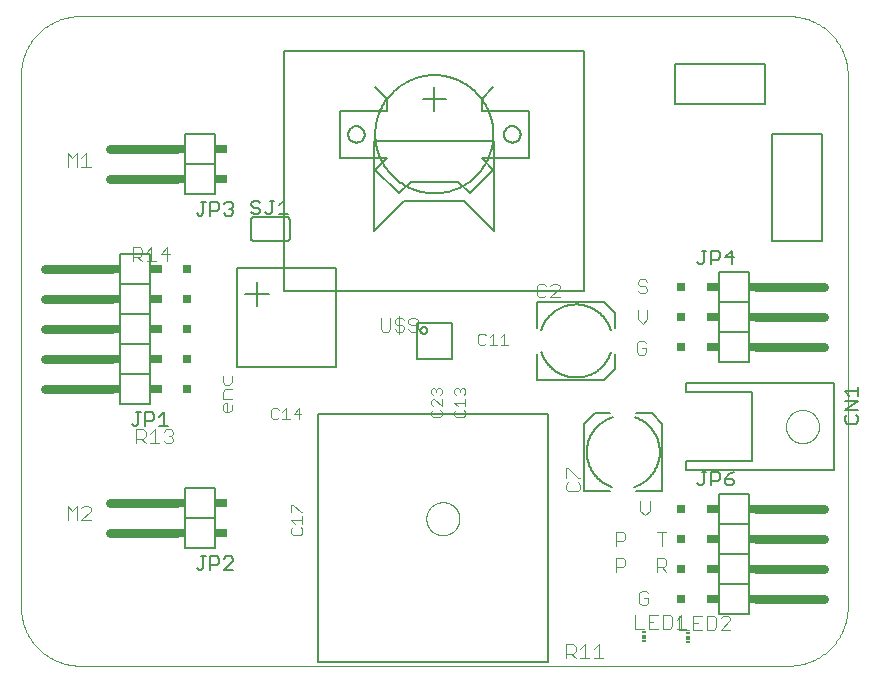
<source format=gto>
G75*
%MOIN*%
%OFA0B0*%
%FSLAX25Y25*%
%IPPOS*%
%LPD*%
%AMOC8*
5,1,8,0,0,1.08239X$1,22.5*
%
%ADD10C,0.00000*%
%ADD11C,0.00400*%
%ADD12C,0.00300*%
%ADD13C,0.00600*%
%ADD14C,0.00500*%
%ADD15R,0.01181X0.00591*%
%ADD16R,0.01181X0.01181*%
%ADD17C,0.03000*%
%ADD18R,0.02000X0.03000*%
%ADD19R,0.04000X0.03000*%
%ADD20R,0.03000X0.03000*%
%ADD21C,0.00800*%
D10*
X0091335Y0054209D02*
X0091335Y0231374D01*
X0091341Y0231850D01*
X0091358Y0232325D01*
X0091387Y0232800D01*
X0091427Y0233274D01*
X0091479Y0233747D01*
X0091542Y0234218D01*
X0091616Y0234688D01*
X0091702Y0235156D01*
X0091799Y0235622D01*
X0091907Y0236085D01*
X0092026Y0236545D01*
X0092157Y0237003D01*
X0092298Y0237457D01*
X0092451Y0237908D01*
X0092614Y0238354D01*
X0092788Y0238797D01*
X0092973Y0239235D01*
X0093168Y0239669D01*
X0093374Y0240098D01*
X0093590Y0240522D01*
X0093816Y0240941D01*
X0094052Y0241354D01*
X0094298Y0241761D01*
X0094554Y0242162D01*
X0094820Y0242556D01*
X0095095Y0242945D01*
X0095379Y0243326D01*
X0095672Y0243700D01*
X0095974Y0244068D01*
X0096286Y0244428D01*
X0096605Y0244780D01*
X0096933Y0245124D01*
X0097270Y0245461D01*
X0097614Y0245789D01*
X0097966Y0246108D01*
X0098326Y0246420D01*
X0098694Y0246722D01*
X0099068Y0247015D01*
X0099449Y0247299D01*
X0099838Y0247574D01*
X0100232Y0247840D01*
X0100633Y0248096D01*
X0101040Y0248342D01*
X0101453Y0248578D01*
X0101872Y0248804D01*
X0102296Y0249020D01*
X0102725Y0249226D01*
X0103159Y0249421D01*
X0103597Y0249606D01*
X0104040Y0249780D01*
X0104486Y0249943D01*
X0104937Y0250096D01*
X0105391Y0250237D01*
X0105849Y0250368D01*
X0106309Y0250487D01*
X0106772Y0250595D01*
X0107238Y0250692D01*
X0107706Y0250778D01*
X0108176Y0250852D01*
X0108647Y0250915D01*
X0109120Y0250967D01*
X0109594Y0251007D01*
X0110069Y0251036D01*
X0110544Y0251053D01*
X0111020Y0251059D01*
X0347241Y0251059D01*
X0347717Y0251053D01*
X0348192Y0251036D01*
X0348667Y0251007D01*
X0349141Y0250967D01*
X0349614Y0250915D01*
X0350085Y0250852D01*
X0350555Y0250778D01*
X0351023Y0250692D01*
X0351489Y0250595D01*
X0351952Y0250487D01*
X0352412Y0250368D01*
X0352870Y0250237D01*
X0353324Y0250096D01*
X0353775Y0249943D01*
X0354221Y0249780D01*
X0354664Y0249606D01*
X0355102Y0249421D01*
X0355536Y0249226D01*
X0355965Y0249020D01*
X0356389Y0248804D01*
X0356808Y0248578D01*
X0357221Y0248342D01*
X0357628Y0248096D01*
X0358029Y0247840D01*
X0358423Y0247574D01*
X0358812Y0247299D01*
X0359193Y0247015D01*
X0359567Y0246722D01*
X0359935Y0246420D01*
X0360295Y0246108D01*
X0360647Y0245789D01*
X0360991Y0245461D01*
X0361328Y0245124D01*
X0361656Y0244780D01*
X0361975Y0244428D01*
X0362287Y0244068D01*
X0362589Y0243700D01*
X0362882Y0243326D01*
X0363166Y0242945D01*
X0363441Y0242556D01*
X0363707Y0242162D01*
X0363963Y0241761D01*
X0364209Y0241354D01*
X0364445Y0240941D01*
X0364671Y0240522D01*
X0364887Y0240098D01*
X0365093Y0239669D01*
X0365288Y0239235D01*
X0365473Y0238797D01*
X0365647Y0238354D01*
X0365810Y0237908D01*
X0365963Y0237457D01*
X0366104Y0237003D01*
X0366235Y0236545D01*
X0366354Y0236085D01*
X0366462Y0235622D01*
X0366559Y0235156D01*
X0366645Y0234688D01*
X0366719Y0234218D01*
X0366782Y0233747D01*
X0366834Y0233274D01*
X0366874Y0232800D01*
X0366903Y0232325D01*
X0366920Y0231850D01*
X0366926Y0231374D01*
X0366926Y0054209D01*
X0366920Y0053733D01*
X0366903Y0053258D01*
X0366874Y0052783D01*
X0366834Y0052309D01*
X0366782Y0051836D01*
X0366719Y0051365D01*
X0366645Y0050895D01*
X0366559Y0050427D01*
X0366462Y0049961D01*
X0366354Y0049498D01*
X0366235Y0049038D01*
X0366104Y0048580D01*
X0365963Y0048126D01*
X0365810Y0047675D01*
X0365647Y0047229D01*
X0365473Y0046786D01*
X0365288Y0046348D01*
X0365093Y0045914D01*
X0364887Y0045485D01*
X0364671Y0045061D01*
X0364445Y0044642D01*
X0364209Y0044229D01*
X0363963Y0043822D01*
X0363707Y0043421D01*
X0363441Y0043027D01*
X0363166Y0042638D01*
X0362882Y0042257D01*
X0362589Y0041883D01*
X0362287Y0041515D01*
X0361975Y0041155D01*
X0361656Y0040803D01*
X0361328Y0040459D01*
X0360991Y0040122D01*
X0360647Y0039794D01*
X0360295Y0039475D01*
X0359935Y0039163D01*
X0359567Y0038861D01*
X0359193Y0038568D01*
X0358812Y0038284D01*
X0358423Y0038009D01*
X0358029Y0037743D01*
X0357628Y0037487D01*
X0357221Y0037241D01*
X0356808Y0037005D01*
X0356389Y0036779D01*
X0355965Y0036563D01*
X0355536Y0036357D01*
X0355102Y0036162D01*
X0354664Y0035977D01*
X0354221Y0035803D01*
X0353775Y0035640D01*
X0353324Y0035487D01*
X0352870Y0035346D01*
X0352412Y0035215D01*
X0351952Y0035096D01*
X0351489Y0034988D01*
X0351023Y0034891D01*
X0350555Y0034805D01*
X0350085Y0034731D01*
X0349614Y0034668D01*
X0349141Y0034616D01*
X0348667Y0034576D01*
X0348192Y0034547D01*
X0347717Y0034530D01*
X0347241Y0034524D01*
X0111020Y0034524D01*
X0110544Y0034530D01*
X0110069Y0034547D01*
X0109594Y0034576D01*
X0109120Y0034616D01*
X0108647Y0034668D01*
X0108176Y0034731D01*
X0107706Y0034805D01*
X0107238Y0034891D01*
X0106772Y0034988D01*
X0106309Y0035096D01*
X0105849Y0035215D01*
X0105391Y0035346D01*
X0104937Y0035487D01*
X0104486Y0035640D01*
X0104040Y0035803D01*
X0103597Y0035977D01*
X0103159Y0036162D01*
X0102725Y0036357D01*
X0102296Y0036563D01*
X0101872Y0036779D01*
X0101453Y0037005D01*
X0101040Y0037241D01*
X0100633Y0037487D01*
X0100232Y0037743D01*
X0099838Y0038009D01*
X0099449Y0038284D01*
X0099068Y0038568D01*
X0098694Y0038861D01*
X0098326Y0039163D01*
X0097966Y0039475D01*
X0097614Y0039794D01*
X0097270Y0040122D01*
X0096933Y0040459D01*
X0096605Y0040803D01*
X0096286Y0041155D01*
X0095974Y0041515D01*
X0095672Y0041883D01*
X0095379Y0042257D01*
X0095095Y0042638D01*
X0094820Y0043027D01*
X0094554Y0043421D01*
X0094298Y0043822D01*
X0094052Y0044229D01*
X0093816Y0044642D01*
X0093590Y0045061D01*
X0093374Y0045485D01*
X0093168Y0045914D01*
X0092973Y0046348D01*
X0092788Y0046786D01*
X0092614Y0047229D01*
X0092451Y0047675D01*
X0092298Y0048126D01*
X0092157Y0048580D01*
X0092026Y0049038D01*
X0091907Y0049498D01*
X0091799Y0049961D01*
X0091702Y0050427D01*
X0091616Y0050895D01*
X0091542Y0051365D01*
X0091479Y0051836D01*
X0091427Y0052309D01*
X0091387Y0052783D01*
X0091358Y0053258D01*
X0091341Y0053733D01*
X0091335Y0054209D01*
X0226453Y0083539D02*
X0226455Y0083687D01*
X0226461Y0083835D01*
X0226471Y0083983D01*
X0226485Y0084130D01*
X0226503Y0084277D01*
X0226524Y0084423D01*
X0226550Y0084569D01*
X0226580Y0084714D01*
X0226613Y0084858D01*
X0226651Y0085001D01*
X0226692Y0085143D01*
X0226737Y0085284D01*
X0226785Y0085424D01*
X0226838Y0085563D01*
X0226894Y0085700D01*
X0226954Y0085835D01*
X0227017Y0085969D01*
X0227084Y0086101D01*
X0227155Y0086231D01*
X0227229Y0086359D01*
X0227306Y0086485D01*
X0227387Y0086609D01*
X0227471Y0086731D01*
X0227558Y0086850D01*
X0227649Y0086967D01*
X0227743Y0087082D01*
X0227839Y0087194D01*
X0227939Y0087304D01*
X0228041Y0087410D01*
X0228147Y0087514D01*
X0228255Y0087615D01*
X0228366Y0087713D01*
X0228479Y0087809D01*
X0228595Y0087901D01*
X0228713Y0087990D01*
X0228834Y0088075D01*
X0228957Y0088158D01*
X0229082Y0088237D01*
X0229209Y0088313D01*
X0229338Y0088385D01*
X0229469Y0088454D01*
X0229602Y0088519D01*
X0229737Y0088580D01*
X0229873Y0088638D01*
X0230010Y0088693D01*
X0230149Y0088743D01*
X0230290Y0088790D01*
X0230431Y0088833D01*
X0230574Y0088873D01*
X0230718Y0088908D01*
X0230862Y0088940D01*
X0231008Y0088967D01*
X0231154Y0088991D01*
X0231301Y0089011D01*
X0231448Y0089027D01*
X0231595Y0089039D01*
X0231743Y0089047D01*
X0231891Y0089051D01*
X0232039Y0089051D01*
X0232187Y0089047D01*
X0232335Y0089039D01*
X0232482Y0089027D01*
X0232629Y0089011D01*
X0232776Y0088991D01*
X0232922Y0088967D01*
X0233068Y0088940D01*
X0233212Y0088908D01*
X0233356Y0088873D01*
X0233499Y0088833D01*
X0233640Y0088790D01*
X0233781Y0088743D01*
X0233920Y0088693D01*
X0234057Y0088638D01*
X0234193Y0088580D01*
X0234328Y0088519D01*
X0234461Y0088454D01*
X0234592Y0088385D01*
X0234721Y0088313D01*
X0234848Y0088237D01*
X0234973Y0088158D01*
X0235096Y0088075D01*
X0235217Y0087990D01*
X0235335Y0087901D01*
X0235451Y0087809D01*
X0235564Y0087713D01*
X0235675Y0087615D01*
X0235783Y0087514D01*
X0235889Y0087410D01*
X0235991Y0087304D01*
X0236091Y0087194D01*
X0236187Y0087082D01*
X0236281Y0086967D01*
X0236372Y0086850D01*
X0236459Y0086731D01*
X0236543Y0086609D01*
X0236624Y0086485D01*
X0236701Y0086359D01*
X0236775Y0086231D01*
X0236846Y0086101D01*
X0236913Y0085969D01*
X0236976Y0085835D01*
X0237036Y0085700D01*
X0237092Y0085563D01*
X0237145Y0085424D01*
X0237193Y0085284D01*
X0237238Y0085143D01*
X0237279Y0085001D01*
X0237317Y0084858D01*
X0237350Y0084714D01*
X0237380Y0084569D01*
X0237406Y0084423D01*
X0237427Y0084277D01*
X0237445Y0084130D01*
X0237459Y0083983D01*
X0237469Y0083835D01*
X0237475Y0083687D01*
X0237477Y0083539D01*
X0237475Y0083391D01*
X0237469Y0083243D01*
X0237459Y0083095D01*
X0237445Y0082948D01*
X0237427Y0082801D01*
X0237406Y0082655D01*
X0237380Y0082509D01*
X0237350Y0082364D01*
X0237317Y0082220D01*
X0237279Y0082077D01*
X0237238Y0081935D01*
X0237193Y0081794D01*
X0237145Y0081654D01*
X0237092Y0081515D01*
X0237036Y0081378D01*
X0236976Y0081243D01*
X0236913Y0081109D01*
X0236846Y0080977D01*
X0236775Y0080847D01*
X0236701Y0080719D01*
X0236624Y0080593D01*
X0236543Y0080469D01*
X0236459Y0080347D01*
X0236372Y0080228D01*
X0236281Y0080111D01*
X0236187Y0079996D01*
X0236091Y0079884D01*
X0235991Y0079774D01*
X0235889Y0079668D01*
X0235783Y0079564D01*
X0235675Y0079463D01*
X0235564Y0079365D01*
X0235451Y0079269D01*
X0235335Y0079177D01*
X0235217Y0079088D01*
X0235096Y0079003D01*
X0234973Y0078920D01*
X0234848Y0078841D01*
X0234721Y0078765D01*
X0234592Y0078693D01*
X0234461Y0078624D01*
X0234328Y0078559D01*
X0234193Y0078498D01*
X0234057Y0078440D01*
X0233920Y0078385D01*
X0233781Y0078335D01*
X0233640Y0078288D01*
X0233499Y0078245D01*
X0233356Y0078205D01*
X0233212Y0078170D01*
X0233068Y0078138D01*
X0232922Y0078111D01*
X0232776Y0078087D01*
X0232629Y0078067D01*
X0232482Y0078051D01*
X0232335Y0078039D01*
X0232187Y0078031D01*
X0232039Y0078027D01*
X0231891Y0078027D01*
X0231743Y0078031D01*
X0231595Y0078039D01*
X0231448Y0078051D01*
X0231301Y0078067D01*
X0231154Y0078087D01*
X0231008Y0078111D01*
X0230862Y0078138D01*
X0230718Y0078170D01*
X0230574Y0078205D01*
X0230431Y0078245D01*
X0230290Y0078288D01*
X0230149Y0078335D01*
X0230010Y0078385D01*
X0229873Y0078440D01*
X0229737Y0078498D01*
X0229602Y0078559D01*
X0229469Y0078624D01*
X0229338Y0078693D01*
X0229209Y0078765D01*
X0229082Y0078841D01*
X0228957Y0078920D01*
X0228834Y0079003D01*
X0228713Y0079088D01*
X0228595Y0079177D01*
X0228479Y0079269D01*
X0228366Y0079365D01*
X0228255Y0079463D01*
X0228147Y0079564D01*
X0228041Y0079668D01*
X0227939Y0079774D01*
X0227839Y0079884D01*
X0227743Y0079996D01*
X0227649Y0080111D01*
X0227558Y0080228D01*
X0227471Y0080347D01*
X0227387Y0080469D01*
X0227306Y0080593D01*
X0227229Y0080719D01*
X0227155Y0080847D01*
X0227084Y0080977D01*
X0227017Y0081109D01*
X0226954Y0081243D01*
X0226894Y0081378D01*
X0226838Y0081515D01*
X0226785Y0081654D01*
X0226737Y0081794D01*
X0226692Y0081935D01*
X0226651Y0082077D01*
X0226613Y0082220D01*
X0226580Y0082364D01*
X0226550Y0082509D01*
X0226524Y0082655D01*
X0226503Y0082801D01*
X0226485Y0082948D01*
X0226471Y0083095D01*
X0226461Y0083243D01*
X0226455Y0083391D01*
X0226453Y0083539D01*
X0346335Y0114248D02*
X0346337Y0114396D01*
X0346343Y0114544D01*
X0346353Y0114692D01*
X0346367Y0114839D01*
X0346385Y0114986D01*
X0346406Y0115132D01*
X0346432Y0115278D01*
X0346462Y0115423D01*
X0346495Y0115567D01*
X0346533Y0115710D01*
X0346574Y0115852D01*
X0346619Y0115993D01*
X0346667Y0116133D01*
X0346720Y0116272D01*
X0346776Y0116409D01*
X0346836Y0116544D01*
X0346899Y0116678D01*
X0346966Y0116810D01*
X0347037Y0116940D01*
X0347111Y0117068D01*
X0347188Y0117194D01*
X0347269Y0117318D01*
X0347353Y0117440D01*
X0347440Y0117559D01*
X0347531Y0117676D01*
X0347625Y0117791D01*
X0347721Y0117903D01*
X0347821Y0118013D01*
X0347923Y0118119D01*
X0348029Y0118223D01*
X0348137Y0118324D01*
X0348248Y0118422D01*
X0348361Y0118518D01*
X0348477Y0118610D01*
X0348595Y0118699D01*
X0348716Y0118784D01*
X0348839Y0118867D01*
X0348964Y0118946D01*
X0349091Y0119022D01*
X0349220Y0119094D01*
X0349351Y0119163D01*
X0349484Y0119228D01*
X0349619Y0119289D01*
X0349755Y0119347D01*
X0349892Y0119402D01*
X0350031Y0119452D01*
X0350172Y0119499D01*
X0350313Y0119542D01*
X0350456Y0119582D01*
X0350600Y0119617D01*
X0350744Y0119649D01*
X0350890Y0119676D01*
X0351036Y0119700D01*
X0351183Y0119720D01*
X0351330Y0119736D01*
X0351477Y0119748D01*
X0351625Y0119756D01*
X0351773Y0119760D01*
X0351921Y0119760D01*
X0352069Y0119756D01*
X0352217Y0119748D01*
X0352364Y0119736D01*
X0352511Y0119720D01*
X0352658Y0119700D01*
X0352804Y0119676D01*
X0352950Y0119649D01*
X0353094Y0119617D01*
X0353238Y0119582D01*
X0353381Y0119542D01*
X0353522Y0119499D01*
X0353663Y0119452D01*
X0353802Y0119402D01*
X0353939Y0119347D01*
X0354075Y0119289D01*
X0354210Y0119228D01*
X0354343Y0119163D01*
X0354474Y0119094D01*
X0354603Y0119022D01*
X0354730Y0118946D01*
X0354855Y0118867D01*
X0354978Y0118784D01*
X0355099Y0118699D01*
X0355217Y0118610D01*
X0355333Y0118518D01*
X0355446Y0118422D01*
X0355557Y0118324D01*
X0355665Y0118223D01*
X0355771Y0118119D01*
X0355873Y0118013D01*
X0355973Y0117903D01*
X0356069Y0117791D01*
X0356163Y0117676D01*
X0356254Y0117559D01*
X0356341Y0117440D01*
X0356425Y0117318D01*
X0356506Y0117194D01*
X0356583Y0117068D01*
X0356657Y0116940D01*
X0356728Y0116810D01*
X0356795Y0116678D01*
X0356858Y0116544D01*
X0356918Y0116409D01*
X0356974Y0116272D01*
X0357027Y0116133D01*
X0357075Y0115993D01*
X0357120Y0115852D01*
X0357161Y0115710D01*
X0357199Y0115567D01*
X0357232Y0115423D01*
X0357262Y0115278D01*
X0357288Y0115132D01*
X0357309Y0114986D01*
X0357327Y0114839D01*
X0357341Y0114692D01*
X0357351Y0114544D01*
X0357357Y0114396D01*
X0357359Y0114248D01*
X0357357Y0114100D01*
X0357351Y0113952D01*
X0357341Y0113804D01*
X0357327Y0113657D01*
X0357309Y0113510D01*
X0357288Y0113364D01*
X0357262Y0113218D01*
X0357232Y0113073D01*
X0357199Y0112929D01*
X0357161Y0112786D01*
X0357120Y0112644D01*
X0357075Y0112503D01*
X0357027Y0112363D01*
X0356974Y0112224D01*
X0356918Y0112087D01*
X0356858Y0111952D01*
X0356795Y0111818D01*
X0356728Y0111686D01*
X0356657Y0111556D01*
X0356583Y0111428D01*
X0356506Y0111302D01*
X0356425Y0111178D01*
X0356341Y0111056D01*
X0356254Y0110937D01*
X0356163Y0110820D01*
X0356069Y0110705D01*
X0355973Y0110593D01*
X0355873Y0110483D01*
X0355771Y0110377D01*
X0355665Y0110273D01*
X0355557Y0110172D01*
X0355446Y0110074D01*
X0355333Y0109978D01*
X0355217Y0109886D01*
X0355099Y0109797D01*
X0354978Y0109712D01*
X0354855Y0109629D01*
X0354730Y0109550D01*
X0354603Y0109474D01*
X0354474Y0109402D01*
X0354343Y0109333D01*
X0354210Y0109268D01*
X0354075Y0109207D01*
X0353939Y0109149D01*
X0353802Y0109094D01*
X0353663Y0109044D01*
X0353522Y0108997D01*
X0353381Y0108954D01*
X0353238Y0108914D01*
X0353094Y0108879D01*
X0352950Y0108847D01*
X0352804Y0108820D01*
X0352658Y0108796D01*
X0352511Y0108776D01*
X0352364Y0108760D01*
X0352217Y0108748D01*
X0352069Y0108740D01*
X0351921Y0108736D01*
X0351773Y0108736D01*
X0351625Y0108740D01*
X0351477Y0108748D01*
X0351330Y0108760D01*
X0351183Y0108776D01*
X0351036Y0108796D01*
X0350890Y0108820D01*
X0350744Y0108847D01*
X0350600Y0108879D01*
X0350456Y0108914D01*
X0350313Y0108954D01*
X0350172Y0108997D01*
X0350031Y0109044D01*
X0349892Y0109094D01*
X0349755Y0109149D01*
X0349619Y0109207D01*
X0349484Y0109268D01*
X0349351Y0109333D01*
X0349220Y0109402D01*
X0349091Y0109474D01*
X0348964Y0109550D01*
X0348839Y0109629D01*
X0348716Y0109712D01*
X0348595Y0109797D01*
X0348477Y0109886D01*
X0348361Y0109978D01*
X0348248Y0110074D01*
X0348137Y0110172D01*
X0348029Y0110273D01*
X0347923Y0110377D01*
X0347821Y0110483D01*
X0347721Y0110593D01*
X0347625Y0110705D01*
X0347531Y0110820D01*
X0347440Y0110937D01*
X0347353Y0111056D01*
X0347269Y0111178D01*
X0347188Y0111302D01*
X0347111Y0111428D01*
X0347037Y0111556D01*
X0346966Y0111686D01*
X0346899Y0111818D01*
X0346836Y0111952D01*
X0346776Y0112087D01*
X0346720Y0112224D01*
X0346667Y0112363D01*
X0346619Y0112503D01*
X0346574Y0112644D01*
X0346533Y0112786D01*
X0346495Y0112929D01*
X0346462Y0113073D01*
X0346432Y0113218D01*
X0346406Y0113364D01*
X0346385Y0113510D01*
X0346367Y0113657D01*
X0346353Y0113804D01*
X0346343Y0113952D01*
X0346337Y0114100D01*
X0346335Y0114248D01*
D11*
X0300904Y0089328D02*
X0300904Y0086258D01*
X0299369Y0084724D01*
X0297835Y0086258D01*
X0297835Y0089328D01*
X0303379Y0079091D02*
X0306448Y0079091D01*
X0304913Y0079091D02*
X0304913Y0074487D01*
X0305681Y0070430D02*
X0306448Y0069663D01*
X0306448Y0068128D01*
X0305681Y0067361D01*
X0303379Y0067361D01*
X0304913Y0067361D02*
X0306448Y0065826D01*
X0303379Y0065826D02*
X0303379Y0070430D01*
X0305681Y0070430D01*
X0292636Y0069663D02*
X0292636Y0068128D01*
X0291869Y0067361D01*
X0289567Y0067361D01*
X0289567Y0065826D02*
X0289567Y0070430D01*
X0291869Y0070430D01*
X0292636Y0069663D01*
X0289567Y0074487D02*
X0289567Y0079091D01*
X0291869Y0079091D01*
X0292636Y0078324D01*
X0292636Y0076789D01*
X0291869Y0076022D01*
X0289567Y0076022D01*
X0298208Y0059406D02*
X0297441Y0058639D01*
X0297441Y0055570D01*
X0298208Y0054802D01*
X0299743Y0054802D01*
X0300510Y0055570D01*
X0300510Y0057104D01*
X0298975Y0057104D01*
X0300510Y0058639D02*
X0299743Y0059406D01*
X0298208Y0059406D01*
X0296043Y0051473D02*
X0296043Y0046869D01*
X0299112Y0046869D01*
X0300647Y0046869D02*
X0303716Y0046869D01*
X0305251Y0046869D02*
X0307553Y0046869D01*
X0308320Y0047637D01*
X0308320Y0050706D01*
X0307553Y0051473D01*
X0305251Y0051473D01*
X0305251Y0046869D01*
X0302182Y0049171D02*
X0300647Y0049171D01*
X0300647Y0051473D02*
X0300647Y0046869D01*
X0300647Y0051473D02*
X0303716Y0051473D01*
X0309855Y0049939D02*
X0311390Y0051473D01*
X0311390Y0046869D01*
X0310807Y0046554D02*
X0313876Y0046554D01*
X0312924Y0046869D02*
X0309855Y0046869D01*
X0310807Y0046554D02*
X0310807Y0051158D01*
X0315411Y0051158D02*
X0315411Y0046554D01*
X0318480Y0046554D01*
X0320015Y0046554D02*
X0322317Y0046554D01*
X0323084Y0047322D01*
X0323084Y0050391D01*
X0322317Y0051158D01*
X0320015Y0051158D01*
X0320015Y0046554D01*
X0316946Y0048856D02*
X0315411Y0048856D01*
X0315411Y0051158D02*
X0318480Y0051158D01*
X0324619Y0050391D02*
X0325386Y0051158D01*
X0326921Y0051158D01*
X0327688Y0050391D01*
X0327688Y0049624D01*
X0324619Y0046554D01*
X0327688Y0046554D01*
X0285453Y0037066D02*
X0282384Y0037066D01*
X0280849Y0037066D02*
X0277780Y0037066D01*
X0276246Y0037066D02*
X0274711Y0038601D01*
X0275478Y0038601D02*
X0273176Y0038601D01*
X0273176Y0037066D02*
X0273176Y0041670D01*
X0275478Y0041670D01*
X0276246Y0040903D01*
X0276246Y0039368D01*
X0275478Y0038601D01*
X0277780Y0040135D02*
X0279315Y0041670D01*
X0279315Y0037066D01*
X0282384Y0040135D02*
X0283919Y0041670D01*
X0283919Y0037066D01*
X0276864Y0092637D02*
X0277631Y0093404D01*
X0277631Y0094939D01*
X0276864Y0095706D01*
X0276864Y0097241D02*
X0277631Y0097241D01*
X0276864Y0097241D02*
X0273795Y0100310D01*
X0273027Y0100310D01*
X0273027Y0097241D01*
X0273795Y0095706D02*
X0273027Y0094939D01*
X0273027Y0093404D01*
X0273795Y0092637D01*
X0276864Y0092637D01*
X0297421Y0138267D02*
X0298955Y0138267D01*
X0299723Y0139034D01*
X0299723Y0140569D01*
X0298188Y0140569D01*
X0296653Y0142104D02*
X0296653Y0139034D01*
X0297421Y0138267D01*
X0296653Y0142104D02*
X0297421Y0142871D01*
X0298955Y0142871D01*
X0299723Y0142104D01*
X0298582Y0148503D02*
X0300116Y0150038D01*
X0300116Y0153107D01*
X0297047Y0153107D02*
X0297047Y0150038D01*
X0298582Y0148503D01*
X0299349Y0158739D02*
X0297814Y0158739D01*
X0297047Y0159507D01*
X0297814Y0161041D02*
X0299349Y0161041D01*
X0300116Y0160274D01*
X0300116Y0159507D01*
X0299349Y0158739D01*
X0297814Y0161041D02*
X0297047Y0161809D01*
X0297047Y0162576D01*
X0297814Y0163343D01*
X0299349Y0163343D01*
X0300116Y0162576D01*
X0270901Y0161119D02*
X0270901Y0160352D01*
X0267832Y0157283D01*
X0270901Y0157283D01*
X0266297Y0158050D02*
X0265530Y0157283D01*
X0263996Y0157283D01*
X0263228Y0158050D01*
X0263228Y0161119D01*
X0263996Y0161887D01*
X0265530Y0161887D01*
X0266297Y0161119D01*
X0267832Y0161119D02*
X0268599Y0161887D01*
X0270134Y0161887D01*
X0270901Y0161119D01*
X0223583Y0149702D02*
X0223583Y0146633D01*
X0222816Y0145865D01*
X0221281Y0145865D01*
X0220514Y0146633D01*
X0218979Y0146633D02*
X0218979Y0147400D01*
X0218212Y0148167D01*
X0216677Y0148167D01*
X0215910Y0148935D01*
X0215910Y0149702D01*
X0216677Y0150469D01*
X0218212Y0150469D01*
X0218979Y0149702D01*
X0220514Y0149702D02*
X0221281Y0150469D01*
X0222816Y0150469D01*
X0223583Y0149702D01*
X0223583Y0148167D02*
X0221281Y0148167D01*
X0220514Y0148935D01*
X0220514Y0149702D01*
X0217445Y0151237D02*
X0217445Y0145098D01*
X0218212Y0145865D02*
X0218979Y0146633D01*
X0218212Y0145865D02*
X0216677Y0145865D01*
X0215910Y0146633D01*
X0214375Y0146633D02*
X0214375Y0150469D01*
X0211306Y0150469D02*
X0211306Y0146633D01*
X0212073Y0145865D01*
X0213608Y0145865D01*
X0214375Y0146633D01*
X0161608Y0131253D02*
X0161608Y0128951D01*
X0160840Y0128183D01*
X0159306Y0128183D01*
X0158538Y0128951D01*
X0158538Y0131253D01*
X0159306Y0126649D02*
X0161608Y0126649D01*
X0159306Y0126649D02*
X0158538Y0125881D01*
X0158538Y0123580D01*
X0161608Y0123580D01*
X0160073Y0122045D02*
X0160073Y0118976D01*
X0159306Y0118976D02*
X0158538Y0119743D01*
X0158538Y0121278D01*
X0159306Y0122045D01*
X0160073Y0122045D01*
X0161608Y0121278D02*
X0161608Y0119743D01*
X0160840Y0118976D01*
X0159306Y0118976D01*
X0142107Y0112556D02*
X0142107Y0111789D01*
X0141340Y0111022D01*
X0142107Y0110254D01*
X0142107Y0109487D01*
X0141340Y0108720D01*
X0139805Y0108720D01*
X0139038Y0109487D01*
X0137503Y0108720D02*
X0134434Y0108720D01*
X0135968Y0108720D02*
X0135968Y0113324D01*
X0134434Y0111789D01*
X0132899Y0112556D02*
X0132899Y0111022D01*
X0132132Y0110254D01*
X0129830Y0110254D01*
X0129830Y0108720D02*
X0129830Y0113324D01*
X0132132Y0113324D01*
X0132899Y0112556D01*
X0131364Y0110254D02*
X0132899Y0108720D01*
X0139038Y0112556D02*
X0139805Y0113324D01*
X0141340Y0113324D01*
X0142107Y0112556D01*
X0141340Y0111022D02*
X0140572Y0111022D01*
X0114563Y0086985D02*
X0113796Y0087753D01*
X0112261Y0087753D01*
X0111494Y0086985D01*
X0109959Y0087753D02*
X0108424Y0086218D01*
X0106890Y0087753D01*
X0106890Y0083149D01*
X0109959Y0083149D02*
X0109959Y0087753D01*
X0114563Y0086985D02*
X0114563Y0086218D01*
X0111494Y0083149D01*
X0114563Y0083149D01*
X0128649Y0169350D02*
X0128649Y0173954D01*
X0130951Y0173954D01*
X0131718Y0173186D01*
X0131718Y0171652D01*
X0130951Y0170884D01*
X0128649Y0170884D01*
X0130183Y0170884D02*
X0131718Y0169350D01*
X0133253Y0169350D02*
X0136322Y0169350D01*
X0134787Y0169350D02*
X0134787Y0173954D01*
X0133253Y0172419D01*
X0137857Y0171652D02*
X0140926Y0171652D01*
X0140159Y0169350D02*
X0140159Y0173954D01*
X0137857Y0171652D01*
X0114563Y0200865D02*
X0111494Y0200865D01*
X0113028Y0200865D02*
X0113028Y0205469D01*
X0111494Y0203935D01*
X0109959Y0205469D02*
X0109959Y0200865D01*
X0106890Y0200865D02*
X0106890Y0205469D01*
X0108424Y0203935D01*
X0109959Y0205469D01*
D12*
X0227899Y0126543D02*
X0228517Y0127160D01*
X0229134Y0127160D01*
X0229751Y0126543D01*
X0230368Y0127160D01*
X0230985Y0127160D01*
X0231603Y0126543D01*
X0231603Y0125308D01*
X0230985Y0124691D01*
X0231603Y0123477D02*
X0231603Y0121008D01*
X0229134Y0123477D01*
X0228517Y0123477D01*
X0227899Y0122860D01*
X0227899Y0121625D01*
X0228517Y0121008D01*
X0228517Y0119794D02*
X0227899Y0119177D01*
X0227899Y0117942D01*
X0228517Y0117325D01*
X0230985Y0117325D01*
X0231603Y0117942D01*
X0231603Y0119177D01*
X0230985Y0119794D01*
X0235773Y0119177D02*
X0235773Y0117942D01*
X0236391Y0117325D01*
X0238859Y0117325D01*
X0239477Y0117942D01*
X0239477Y0119177D01*
X0238859Y0119794D01*
X0239477Y0121008D02*
X0239477Y0123477D01*
X0239477Y0122243D02*
X0235773Y0122243D01*
X0237008Y0121008D01*
X0236391Y0119794D02*
X0235773Y0119177D01*
X0236391Y0124691D02*
X0235773Y0125308D01*
X0235773Y0126543D01*
X0236391Y0127160D01*
X0237008Y0127160D01*
X0237625Y0126543D01*
X0238242Y0127160D01*
X0238859Y0127160D01*
X0239477Y0126543D01*
X0239477Y0125308D01*
X0238859Y0124691D01*
X0237625Y0125926D02*
X0237625Y0126543D01*
X0229751Y0126543D02*
X0229751Y0125926D01*
X0228517Y0124691D02*
X0227899Y0125308D01*
X0227899Y0126543D01*
X0243848Y0142181D02*
X0244465Y0141563D01*
X0245699Y0141563D01*
X0246316Y0142181D01*
X0247531Y0141563D02*
X0249999Y0141563D01*
X0251214Y0141563D02*
X0253683Y0141563D01*
X0252448Y0141563D02*
X0252448Y0145267D01*
X0251214Y0144032D01*
X0248765Y0145267D02*
X0248765Y0141563D01*
X0247531Y0144032D02*
X0248765Y0145267D01*
X0246316Y0144649D02*
X0245699Y0145267D01*
X0244465Y0145267D01*
X0243848Y0144649D01*
X0243848Y0142181D01*
X0184043Y0120400D02*
X0184043Y0116697D01*
X0184661Y0118549D02*
X0182192Y0118549D01*
X0184043Y0120400D01*
X0179743Y0120400D02*
X0179743Y0116697D01*
X0178509Y0116697D02*
X0180978Y0116697D01*
X0178509Y0119166D02*
X0179743Y0120400D01*
X0177294Y0119783D02*
X0176677Y0120400D01*
X0175443Y0120400D01*
X0174826Y0119783D01*
X0174826Y0117314D01*
X0175443Y0116697D01*
X0176677Y0116697D01*
X0177294Y0117314D01*
X0181443Y0088085D02*
X0182060Y0088085D01*
X0184529Y0085616D01*
X0185146Y0085616D01*
X0185146Y0084402D02*
X0185146Y0081933D01*
X0185146Y0083168D02*
X0181443Y0083168D01*
X0182677Y0081933D01*
X0182060Y0080719D02*
X0181443Y0080102D01*
X0181443Y0078867D01*
X0182060Y0078250D01*
X0184529Y0078250D01*
X0185146Y0078867D01*
X0185146Y0080102D01*
X0184529Y0080719D01*
X0181443Y0085616D02*
X0181443Y0088085D01*
D13*
X0155922Y0083736D02*
X0155922Y0073736D01*
X0145922Y0073736D01*
X0145922Y0083736D01*
X0145922Y0093736D01*
X0155922Y0093736D01*
X0155922Y0083736D01*
X0145922Y0083736D01*
X0134268Y0121728D02*
X0124268Y0121728D01*
X0124268Y0131728D01*
X0124268Y0141728D01*
X0124268Y0151728D01*
X0124268Y0161728D01*
X0124268Y0171728D01*
X0134268Y0171728D01*
X0134268Y0161728D01*
X0124268Y0161728D01*
X0134268Y0161728D02*
X0134268Y0151728D01*
X0124268Y0151728D01*
X0134268Y0151728D02*
X0134268Y0141728D01*
X0124268Y0141728D01*
X0134268Y0141728D02*
X0134268Y0131728D01*
X0124268Y0131728D01*
X0134268Y0131728D02*
X0134268Y0121728D01*
X0168906Y0176193D02*
X0179906Y0176193D01*
X0179966Y0176195D01*
X0180027Y0176200D01*
X0180086Y0176209D01*
X0180145Y0176222D01*
X0180204Y0176238D01*
X0180261Y0176258D01*
X0180316Y0176281D01*
X0180371Y0176308D01*
X0180423Y0176337D01*
X0180474Y0176370D01*
X0180523Y0176406D01*
X0180569Y0176444D01*
X0180613Y0176486D01*
X0180655Y0176530D01*
X0180693Y0176576D01*
X0180729Y0176625D01*
X0180762Y0176676D01*
X0180791Y0176728D01*
X0180818Y0176783D01*
X0180841Y0176838D01*
X0180861Y0176895D01*
X0180877Y0176954D01*
X0180890Y0177013D01*
X0180899Y0177072D01*
X0180904Y0177133D01*
X0180906Y0177193D01*
X0180906Y0183193D01*
X0180904Y0183253D01*
X0180899Y0183314D01*
X0180890Y0183373D01*
X0180877Y0183432D01*
X0180861Y0183491D01*
X0180841Y0183548D01*
X0180818Y0183603D01*
X0180791Y0183658D01*
X0180762Y0183710D01*
X0180729Y0183761D01*
X0180693Y0183810D01*
X0180655Y0183856D01*
X0180613Y0183900D01*
X0180569Y0183942D01*
X0180523Y0183980D01*
X0180474Y0184016D01*
X0180423Y0184049D01*
X0180371Y0184078D01*
X0180316Y0184105D01*
X0180261Y0184128D01*
X0180204Y0184148D01*
X0180145Y0184164D01*
X0180086Y0184177D01*
X0180027Y0184186D01*
X0179966Y0184191D01*
X0179906Y0184193D01*
X0168906Y0184193D01*
X0168846Y0184191D01*
X0168785Y0184186D01*
X0168726Y0184177D01*
X0168667Y0184164D01*
X0168608Y0184148D01*
X0168551Y0184128D01*
X0168496Y0184105D01*
X0168441Y0184078D01*
X0168389Y0184049D01*
X0168338Y0184016D01*
X0168289Y0183980D01*
X0168243Y0183942D01*
X0168199Y0183900D01*
X0168157Y0183856D01*
X0168119Y0183810D01*
X0168083Y0183761D01*
X0168050Y0183710D01*
X0168021Y0183658D01*
X0167994Y0183603D01*
X0167971Y0183548D01*
X0167951Y0183491D01*
X0167935Y0183432D01*
X0167922Y0183373D01*
X0167913Y0183314D01*
X0167908Y0183253D01*
X0167906Y0183193D01*
X0167906Y0177193D01*
X0167908Y0177133D01*
X0167913Y0177072D01*
X0167922Y0177013D01*
X0167935Y0176954D01*
X0167951Y0176895D01*
X0167971Y0176838D01*
X0167994Y0176783D01*
X0168021Y0176728D01*
X0168050Y0176676D01*
X0168083Y0176625D01*
X0168119Y0176576D01*
X0168157Y0176530D01*
X0168199Y0176486D01*
X0168243Y0176444D01*
X0168289Y0176406D01*
X0168338Y0176370D01*
X0168389Y0176337D01*
X0168441Y0176308D01*
X0168496Y0176281D01*
X0168551Y0176258D01*
X0168608Y0176238D01*
X0168667Y0176222D01*
X0168726Y0176209D01*
X0168785Y0176200D01*
X0168846Y0176195D01*
X0168906Y0176193D01*
X0155922Y0191846D02*
X0145922Y0191846D01*
X0145922Y0201846D01*
X0145922Y0211846D01*
X0155922Y0211846D01*
X0155922Y0201846D01*
X0145922Y0201846D01*
X0155922Y0201846D02*
X0155922Y0191846D01*
X0312871Y0128815D02*
X0312871Y0125665D01*
X0334918Y0125665D01*
X0334918Y0102831D01*
X0312871Y0102831D01*
X0312871Y0099681D01*
X0362477Y0099681D01*
X0362477Y0128815D01*
X0312871Y0128815D01*
X0323993Y0135665D02*
X0333993Y0135665D01*
X0333993Y0145665D01*
X0333993Y0155665D01*
X0333993Y0165665D01*
X0323993Y0165665D01*
X0323993Y0155665D01*
X0323993Y0145665D01*
X0323993Y0135665D01*
X0323993Y0145665D02*
X0333993Y0145665D01*
X0333993Y0155665D02*
X0323993Y0155665D01*
X0323993Y0091925D02*
X0333993Y0091925D01*
X0333993Y0081925D01*
X0333993Y0071925D01*
X0333993Y0061925D01*
X0333993Y0051925D01*
X0323993Y0051925D01*
X0323993Y0061925D01*
X0333993Y0061925D01*
X0323993Y0061925D02*
X0323993Y0071925D01*
X0333993Y0071925D01*
X0323993Y0071925D02*
X0323993Y0081925D01*
X0333993Y0081925D01*
X0323993Y0081925D02*
X0323993Y0091925D01*
D14*
X0321347Y0094675D02*
X0321347Y0099179D01*
X0323599Y0099179D01*
X0324349Y0098428D01*
X0324349Y0096927D01*
X0323599Y0096176D01*
X0321347Y0096176D01*
X0318995Y0095426D02*
X0318995Y0099179D01*
X0319745Y0099179D02*
X0318244Y0099179D01*
X0318995Y0095426D02*
X0318244Y0094675D01*
X0317493Y0094675D01*
X0316743Y0095426D01*
X0325951Y0095426D02*
X0326701Y0094675D01*
X0328203Y0094675D01*
X0328953Y0095426D01*
X0328953Y0096176D01*
X0328203Y0096927D01*
X0325951Y0096927D01*
X0325951Y0095426D01*
X0325951Y0096927D02*
X0327452Y0098428D01*
X0328953Y0099179D01*
X0365873Y0116004D02*
X0366623Y0115253D01*
X0369626Y0115253D01*
X0370377Y0116004D01*
X0370377Y0117505D01*
X0369626Y0118256D01*
X0370377Y0119857D02*
X0365873Y0119857D01*
X0370377Y0122860D01*
X0365873Y0122860D01*
X0367374Y0124461D02*
X0365873Y0125962D01*
X0370377Y0125962D01*
X0370377Y0124461D02*
X0370377Y0127464D01*
X0366623Y0118256D02*
X0365873Y0117505D01*
X0365873Y0116004D01*
X0328203Y0168415D02*
X0328203Y0172919D01*
X0325951Y0170667D01*
X0328953Y0170667D01*
X0324349Y0170667D02*
X0324349Y0172169D01*
X0323599Y0172919D01*
X0321347Y0172919D01*
X0321347Y0168415D01*
X0321347Y0169917D02*
X0323599Y0169917D01*
X0324349Y0170667D01*
X0319745Y0172919D02*
X0318244Y0172919D01*
X0318995Y0172919D02*
X0318995Y0169166D01*
X0318244Y0168415D01*
X0317493Y0168415D01*
X0316743Y0169166D01*
X0341768Y0176256D02*
X0358304Y0176256D01*
X0358304Y0211689D01*
X0341768Y0211689D01*
X0341768Y0176256D01*
X0279131Y0159602D02*
X0179131Y0159602D01*
X0179131Y0239602D01*
X0279131Y0239602D01*
X0279131Y0159602D01*
X0249131Y0179602D02*
X0239131Y0189602D01*
X0219131Y0189602D01*
X0209131Y0179602D01*
X0209131Y0209602D01*
X0249131Y0209602D01*
X0249131Y0179602D01*
X0240942Y0192004D02*
X0248816Y0199878D01*
X0244879Y0203815D01*
X0260627Y0203815D01*
X0260627Y0219563D01*
X0244879Y0219563D01*
X0244879Y0223500D01*
X0248816Y0227437D01*
X0233068Y0223500D02*
X0229131Y0223500D01*
X0229131Y0219563D01*
X0229131Y0223500D02*
X0225194Y0223500D01*
X0229131Y0223500D02*
X0229131Y0227437D01*
X0213383Y0223500D02*
X0213383Y0219563D01*
X0197635Y0219563D01*
X0197635Y0203815D01*
X0213383Y0203815D01*
X0209446Y0199878D01*
X0217320Y0192004D01*
X0221257Y0195941D01*
X0237005Y0195941D01*
X0240942Y0192004D01*
X0209446Y0211689D02*
X0209452Y0212172D01*
X0209470Y0212655D01*
X0209499Y0213137D01*
X0209541Y0213618D01*
X0209594Y0214099D01*
X0209659Y0214577D01*
X0209736Y0215054D01*
X0209824Y0215529D01*
X0209924Y0216002D01*
X0210036Y0216472D01*
X0210159Y0216939D01*
X0210294Y0217403D01*
X0210440Y0217864D01*
X0210597Y0218321D01*
X0210765Y0218774D01*
X0210944Y0219222D01*
X0211135Y0219666D01*
X0211336Y0220105D01*
X0211548Y0220540D01*
X0211770Y0220968D01*
X0212003Y0221392D01*
X0212247Y0221809D01*
X0212500Y0222220D01*
X0212764Y0222625D01*
X0213037Y0223024D01*
X0213320Y0223415D01*
X0213612Y0223800D01*
X0213914Y0224177D01*
X0214225Y0224547D01*
X0214545Y0224909D01*
X0214874Y0225263D01*
X0215212Y0225608D01*
X0215557Y0225946D01*
X0215911Y0226275D01*
X0216273Y0226595D01*
X0216643Y0226906D01*
X0217020Y0227208D01*
X0217405Y0227500D01*
X0217796Y0227783D01*
X0218195Y0228056D01*
X0218600Y0228320D01*
X0219011Y0228573D01*
X0219428Y0228817D01*
X0219852Y0229050D01*
X0220280Y0229272D01*
X0220715Y0229484D01*
X0221154Y0229685D01*
X0221598Y0229876D01*
X0222046Y0230055D01*
X0222499Y0230223D01*
X0222956Y0230380D01*
X0223417Y0230526D01*
X0223881Y0230661D01*
X0224348Y0230784D01*
X0224818Y0230896D01*
X0225291Y0230996D01*
X0225766Y0231084D01*
X0226243Y0231161D01*
X0226721Y0231226D01*
X0227202Y0231279D01*
X0227683Y0231321D01*
X0228165Y0231350D01*
X0228648Y0231368D01*
X0229131Y0231374D01*
X0229614Y0231368D01*
X0230097Y0231350D01*
X0230579Y0231321D01*
X0231060Y0231279D01*
X0231541Y0231226D01*
X0232019Y0231161D01*
X0232496Y0231084D01*
X0232971Y0230996D01*
X0233444Y0230896D01*
X0233914Y0230784D01*
X0234381Y0230661D01*
X0234845Y0230526D01*
X0235306Y0230380D01*
X0235763Y0230223D01*
X0236216Y0230055D01*
X0236664Y0229876D01*
X0237108Y0229685D01*
X0237547Y0229484D01*
X0237982Y0229272D01*
X0238410Y0229050D01*
X0238834Y0228817D01*
X0239251Y0228573D01*
X0239662Y0228320D01*
X0240067Y0228056D01*
X0240466Y0227783D01*
X0240857Y0227500D01*
X0241242Y0227208D01*
X0241619Y0226906D01*
X0241989Y0226595D01*
X0242351Y0226275D01*
X0242705Y0225946D01*
X0243050Y0225608D01*
X0243388Y0225263D01*
X0243717Y0224909D01*
X0244037Y0224547D01*
X0244348Y0224177D01*
X0244650Y0223800D01*
X0244942Y0223415D01*
X0245225Y0223024D01*
X0245498Y0222625D01*
X0245762Y0222220D01*
X0246015Y0221809D01*
X0246259Y0221392D01*
X0246492Y0220968D01*
X0246714Y0220540D01*
X0246926Y0220105D01*
X0247127Y0219666D01*
X0247318Y0219222D01*
X0247497Y0218774D01*
X0247665Y0218321D01*
X0247822Y0217864D01*
X0247968Y0217403D01*
X0248103Y0216939D01*
X0248226Y0216472D01*
X0248338Y0216002D01*
X0248438Y0215529D01*
X0248526Y0215054D01*
X0248603Y0214577D01*
X0248668Y0214099D01*
X0248721Y0213618D01*
X0248763Y0213137D01*
X0248792Y0212655D01*
X0248810Y0212172D01*
X0248816Y0211689D01*
X0248810Y0211206D01*
X0248792Y0210723D01*
X0248763Y0210241D01*
X0248721Y0209760D01*
X0248668Y0209279D01*
X0248603Y0208801D01*
X0248526Y0208324D01*
X0248438Y0207849D01*
X0248338Y0207376D01*
X0248226Y0206906D01*
X0248103Y0206439D01*
X0247968Y0205975D01*
X0247822Y0205514D01*
X0247665Y0205057D01*
X0247497Y0204604D01*
X0247318Y0204156D01*
X0247127Y0203712D01*
X0246926Y0203273D01*
X0246714Y0202838D01*
X0246492Y0202410D01*
X0246259Y0201986D01*
X0246015Y0201569D01*
X0245762Y0201158D01*
X0245498Y0200753D01*
X0245225Y0200354D01*
X0244942Y0199963D01*
X0244650Y0199578D01*
X0244348Y0199201D01*
X0244037Y0198831D01*
X0243717Y0198469D01*
X0243388Y0198115D01*
X0243050Y0197770D01*
X0242705Y0197432D01*
X0242351Y0197103D01*
X0241989Y0196783D01*
X0241619Y0196472D01*
X0241242Y0196170D01*
X0240857Y0195878D01*
X0240466Y0195595D01*
X0240067Y0195322D01*
X0239662Y0195058D01*
X0239251Y0194805D01*
X0238834Y0194561D01*
X0238410Y0194328D01*
X0237982Y0194106D01*
X0237547Y0193894D01*
X0237108Y0193693D01*
X0236664Y0193502D01*
X0236216Y0193323D01*
X0235763Y0193155D01*
X0235306Y0192998D01*
X0234845Y0192852D01*
X0234381Y0192717D01*
X0233914Y0192594D01*
X0233444Y0192482D01*
X0232971Y0192382D01*
X0232496Y0192294D01*
X0232019Y0192217D01*
X0231541Y0192152D01*
X0231060Y0192099D01*
X0230579Y0192057D01*
X0230097Y0192028D01*
X0229614Y0192010D01*
X0229131Y0192004D01*
X0228648Y0192010D01*
X0228165Y0192028D01*
X0227683Y0192057D01*
X0227202Y0192099D01*
X0226721Y0192152D01*
X0226243Y0192217D01*
X0225766Y0192294D01*
X0225291Y0192382D01*
X0224818Y0192482D01*
X0224348Y0192594D01*
X0223881Y0192717D01*
X0223417Y0192852D01*
X0222956Y0192998D01*
X0222499Y0193155D01*
X0222046Y0193323D01*
X0221598Y0193502D01*
X0221154Y0193693D01*
X0220715Y0193894D01*
X0220280Y0194106D01*
X0219852Y0194328D01*
X0219428Y0194561D01*
X0219011Y0194805D01*
X0218600Y0195058D01*
X0218195Y0195322D01*
X0217796Y0195595D01*
X0217405Y0195878D01*
X0217020Y0196170D01*
X0216643Y0196472D01*
X0216273Y0196783D01*
X0215911Y0197103D01*
X0215557Y0197432D01*
X0215212Y0197770D01*
X0214874Y0198115D01*
X0214545Y0198469D01*
X0214225Y0198831D01*
X0213914Y0199201D01*
X0213612Y0199578D01*
X0213320Y0199963D01*
X0213037Y0200354D01*
X0212764Y0200753D01*
X0212500Y0201158D01*
X0212247Y0201569D01*
X0212003Y0201986D01*
X0211770Y0202410D01*
X0211548Y0202838D01*
X0211336Y0203273D01*
X0211135Y0203712D01*
X0210944Y0204156D01*
X0210765Y0204604D01*
X0210597Y0205057D01*
X0210440Y0205514D01*
X0210294Y0205975D01*
X0210159Y0206439D01*
X0210036Y0206906D01*
X0209924Y0207376D01*
X0209824Y0207849D01*
X0209736Y0208324D01*
X0209659Y0208801D01*
X0209594Y0209279D01*
X0209541Y0209760D01*
X0209499Y0210241D01*
X0209470Y0210723D01*
X0209452Y0211206D01*
X0209446Y0211689D01*
X0200390Y0211689D02*
X0200392Y0211794D01*
X0200398Y0211899D01*
X0200408Y0212003D01*
X0200422Y0212107D01*
X0200440Y0212211D01*
X0200462Y0212313D01*
X0200487Y0212415D01*
X0200517Y0212516D01*
X0200550Y0212615D01*
X0200587Y0212713D01*
X0200628Y0212810D01*
X0200673Y0212905D01*
X0200721Y0212998D01*
X0200772Y0213090D01*
X0200828Y0213179D01*
X0200886Y0213266D01*
X0200948Y0213351D01*
X0201012Y0213434D01*
X0201080Y0213514D01*
X0201151Y0213591D01*
X0201225Y0213665D01*
X0201302Y0213737D01*
X0201381Y0213806D01*
X0201463Y0213871D01*
X0201547Y0213934D01*
X0201634Y0213993D01*
X0201723Y0214049D01*
X0201814Y0214102D01*
X0201907Y0214151D01*
X0202001Y0214196D01*
X0202097Y0214238D01*
X0202195Y0214276D01*
X0202294Y0214310D01*
X0202395Y0214341D01*
X0202496Y0214367D01*
X0202599Y0214390D01*
X0202702Y0214409D01*
X0202806Y0214424D01*
X0202910Y0214435D01*
X0203015Y0214442D01*
X0203120Y0214445D01*
X0203225Y0214444D01*
X0203330Y0214439D01*
X0203434Y0214430D01*
X0203538Y0214417D01*
X0203642Y0214400D01*
X0203745Y0214379D01*
X0203847Y0214354D01*
X0203948Y0214326D01*
X0204047Y0214293D01*
X0204146Y0214257D01*
X0204243Y0214217D01*
X0204338Y0214174D01*
X0204432Y0214126D01*
X0204524Y0214076D01*
X0204614Y0214022D01*
X0204702Y0213964D01*
X0204787Y0213903D01*
X0204870Y0213839D01*
X0204951Y0213772D01*
X0205029Y0213702D01*
X0205104Y0213628D01*
X0205176Y0213553D01*
X0205246Y0213474D01*
X0205312Y0213393D01*
X0205376Y0213309D01*
X0205436Y0213223D01*
X0205492Y0213135D01*
X0205546Y0213044D01*
X0205596Y0212952D01*
X0205642Y0212858D01*
X0205685Y0212762D01*
X0205724Y0212664D01*
X0205759Y0212566D01*
X0205790Y0212465D01*
X0205818Y0212364D01*
X0205842Y0212262D01*
X0205862Y0212159D01*
X0205878Y0212055D01*
X0205890Y0211951D01*
X0205898Y0211846D01*
X0205902Y0211741D01*
X0205902Y0211637D01*
X0205898Y0211532D01*
X0205890Y0211427D01*
X0205878Y0211323D01*
X0205862Y0211219D01*
X0205842Y0211116D01*
X0205818Y0211014D01*
X0205790Y0210913D01*
X0205759Y0210812D01*
X0205724Y0210714D01*
X0205685Y0210616D01*
X0205642Y0210520D01*
X0205596Y0210426D01*
X0205546Y0210334D01*
X0205492Y0210243D01*
X0205436Y0210155D01*
X0205376Y0210069D01*
X0205312Y0209985D01*
X0205246Y0209904D01*
X0205176Y0209825D01*
X0205104Y0209750D01*
X0205029Y0209676D01*
X0204951Y0209606D01*
X0204870Y0209539D01*
X0204787Y0209475D01*
X0204702Y0209414D01*
X0204614Y0209356D01*
X0204524Y0209302D01*
X0204432Y0209252D01*
X0204338Y0209204D01*
X0204243Y0209161D01*
X0204146Y0209121D01*
X0204047Y0209085D01*
X0203948Y0209052D01*
X0203847Y0209024D01*
X0203745Y0208999D01*
X0203642Y0208978D01*
X0203538Y0208961D01*
X0203434Y0208948D01*
X0203330Y0208939D01*
X0203225Y0208934D01*
X0203120Y0208933D01*
X0203015Y0208936D01*
X0202910Y0208943D01*
X0202806Y0208954D01*
X0202702Y0208969D01*
X0202599Y0208988D01*
X0202496Y0209011D01*
X0202395Y0209037D01*
X0202294Y0209068D01*
X0202195Y0209102D01*
X0202097Y0209140D01*
X0202001Y0209182D01*
X0201907Y0209227D01*
X0201814Y0209276D01*
X0201723Y0209329D01*
X0201634Y0209385D01*
X0201547Y0209444D01*
X0201463Y0209507D01*
X0201381Y0209572D01*
X0201302Y0209641D01*
X0201225Y0209713D01*
X0201151Y0209787D01*
X0201080Y0209864D01*
X0201012Y0209944D01*
X0200948Y0210027D01*
X0200886Y0210112D01*
X0200828Y0210199D01*
X0200772Y0210288D01*
X0200721Y0210380D01*
X0200673Y0210473D01*
X0200628Y0210568D01*
X0200587Y0210665D01*
X0200550Y0210763D01*
X0200517Y0210862D01*
X0200487Y0210963D01*
X0200462Y0211065D01*
X0200440Y0211167D01*
X0200422Y0211271D01*
X0200408Y0211375D01*
X0200398Y0211479D01*
X0200392Y0211584D01*
X0200390Y0211689D01*
X0213383Y0223500D02*
X0209446Y0227437D01*
X0252359Y0211689D02*
X0252361Y0211794D01*
X0252367Y0211899D01*
X0252377Y0212003D01*
X0252391Y0212107D01*
X0252409Y0212211D01*
X0252431Y0212313D01*
X0252456Y0212415D01*
X0252486Y0212516D01*
X0252519Y0212615D01*
X0252556Y0212713D01*
X0252597Y0212810D01*
X0252642Y0212905D01*
X0252690Y0212998D01*
X0252741Y0213090D01*
X0252797Y0213179D01*
X0252855Y0213266D01*
X0252917Y0213351D01*
X0252981Y0213434D01*
X0253049Y0213514D01*
X0253120Y0213591D01*
X0253194Y0213665D01*
X0253271Y0213737D01*
X0253350Y0213806D01*
X0253432Y0213871D01*
X0253516Y0213934D01*
X0253603Y0213993D01*
X0253692Y0214049D01*
X0253783Y0214102D01*
X0253876Y0214151D01*
X0253970Y0214196D01*
X0254066Y0214238D01*
X0254164Y0214276D01*
X0254263Y0214310D01*
X0254364Y0214341D01*
X0254465Y0214367D01*
X0254568Y0214390D01*
X0254671Y0214409D01*
X0254775Y0214424D01*
X0254879Y0214435D01*
X0254984Y0214442D01*
X0255089Y0214445D01*
X0255194Y0214444D01*
X0255299Y0214439D01*
X0255403Y0214430D01*
X0255507Y0214417D01*
X0255611Y0214400D01*
X0255714Y0214379D01*
X0255816Y0214354D01*
X0255917Y0214326D01*
X0256016Y0214293D01*
X0256115Y0214257D01*
X0256212Y0214217D01*
X0256307Y0214174D01*
X0256401Y0214126D01*
X0256493Y0214076D01*
X0256583Y0214022D01*
X0256671Y0213964D01*
X0256756Y0213903D01*
X0256839Y0213839D01*
X0256920Y0213772D01*
X0256998Y0213702D01*
X0257073Y0213628D01*
X0257145Y0213553D01*
X0257215Y0213474D01*
X0257281Y0213393D01*
X0257345Y0213309D01*
X0257405Y0213223D01*
X0257461Y0213135D01*
X0257515Y0213044D01*
X0257565Y0212952D01*
X0257611Y0212858D01*
X0257654Y0212762D01*
X0257693Y0212664D01*
X0257728Y0212566D01*
X0257759Y0212465D01*
X0257787Y0212364D01*
X0257811Y0212262D01*
X0257831Y0212159D01*
X0257847Y0212055D01*
X0257859Y0211951D01*
X0257867Y0211846D01*
X0257871Y0211741D01*
X0257871Y0211637D01*
X0257867Y0211532D01*
X0257859Y0211427D01*
X0257847Y0211323D01*
X0257831Y0211219D01*
X0257811Y0211116D01*
X0257787Y0211014D01*
X0257759Y0210913D01*
X0257728Y0210812D01*
X0257693Y0210714D01*
X0257654Y0210616D01*
X0257611Y0210520D01*
X0257565Y0210426D01*
X0257515Y0210334D01*
X0257461Y0210243D01*
X0257405Y0210155D01*
X0257345Y0210069D01*
X0257281Y0209985D01*
X0257215Y0209904D01*
X0257145Y0209825D01*
X0257073Y0209750D01*
X0256998Y0209676D01*
X0256920Y0209606D01*
X0256839Y0209539D01*
X0256756Y0209475D01*
X0256671Y0209414D01*
X0256583Y0209356D01*
X0256493Y0209302D01*
X0256401Y0209252D01*
X0256307Y0209204D01*
X0256212Y0209161D01*
X0256115Y0209121D01*
X0256016Y0209085D01*
X0255917Y0209052D01*
X0255816Y0209024D01*
X0255714Y0208999D01*
X0255611Y0208978D01*
X0255507Y0208961D01*
X0255403Y0208948D01*
X0255299Y0208939D01*
X0255194Y0208934D01*
X0255089Y0208933D01*
X0254984Y0208936D01*
X0254879Y0208943D01*
X0254775Y0208954D01*
X0254671Y0208969D01*
X0254568Y0208988D01*
X0254465Y0209011D01*
X0254364Y0209037D01*
X0254263Y0209068D01*
X0254164Y0209102D01*
X0254066Y0209140D01*
X0253970Y0209182D01*
X0253876Y0209227D01*
X0253783Y0209276D01*
X0253692Y0209329D01*
X0253603Y0209385D01*
X0253516Y0209444D01*
X0253432Y0209507D01*
X0253350Y0209572D01*
X0253271Y0209641D01*
X0253194Y0209713D01*
X0253120Y0209787D01*
X0253049Y0209864D01*
X0252981Y0209944D01*
X0252917Y0210027D01*
X0252855Y0210112D01*
X0252797Y0210199D01*
X0252741Y0210288D01*
X0252690Y0210380D01*
X0252642Y0210473D01*
X0252597Y0210568D01*
X0252556Y0210665D01*
X0252519Y0210763D01*
X0252486Y0210862D01*
X0252456Y0210963D01*
X0252431Y0211065D01*
X0252409Y0211167D01*
X0252391Y0211271D01*
X0252377Y0211375D01*
X0252367Y0211479D01*
X0252361Y0211584D01*
X0252359Y0211689D01*
X0309485Y0221689D02*
X0309485Y0235075D01*
X0339485Y0235075D01*
X0339485Y0221689D01*
X0309485Y0221689D01*
X0196453Y0167201D02*
X0196453Y0134130D01*
X0163383Y0134130D01*
X0163383Y0167201D01*
X0196453Y0167201D01*
X0174012Y0158539D02*
X0166138Y0158539D01*
X0170075Y0154602D02*
X0170075Y0162476D01*
X0170408Y0184943D02*
X0168907Y0184943D01*
X0168156Y0185694D01*
X0168907Y0187195D02*
X0170408Y0187195D01*
X0171159Y0186444D01*
X0171159Y0185694D01*
X0170408Y0184943D01*
X0172760Y0185694D02*
X0173511Y0184943D01*
X0174261Y0184943D01*
X0175012Y0185694D01*
X0175012Y0189447D01*
X0174261Y0189447D02*
X0175763Y0189447D01*
X0177364Y0187945D02*
X0178865Y0189447D01*
X0178865Y0184943D01*
X0177364Y0184943D02*
X0180367Y0184943D01*
X0171159Y0188696D02*
X0170408Y0189447D01*
X0168907Y0189447D01*
X0168156Y0188696D01*
X0168156Y0187945D01*
X0168907Y0187195D01*
X0162071Y0187599D02*
X0161320Y0186848D01*
X0162071Y0186098D01*
X0162071Y0185347D01*
X0161320Y0184596D01*
X0159819Y0184596D01*
X0159068Y0185347D01*
X0160569Y0186848D02*
X0161320Y0186848D01*
X0162071Y0187599D02*
X0162071Y0188350D01*
X0161320Y0189100D01*
X0159819Y0189100D01*
X0159068Y0188350D01*
X0157467Y0188350D02*
X0157467Y0186848D01*
X0156716Y0186098D01*
X0154464Y0186098D01*
X0154464Y0184596D02*
X0154464Y0189100D01*
X0156716Y0189100D01*
X0157467Y0188350D01*
X0152863Y0189100D02*
X0151361Y0189100D01*
X0152112Y0189100D02*
X0152112Y0185347D01*
X0151361Y0184596D01*
X0150611Y0184596D01*
X0149860Y0185347D01*
X0223225Y0148697D02*
X0223225Y0136886D01*
X0235036Y0136886D01*
X0235036Y0148697D01*
X0223225Y0148697D01*
X0224473Y0146335D02*
X0224475Y0146402D01*
X0224481Y0146468D01*
X0224491Y0146534D01*
X0224505Y0146599D01*
X0224522Y0146663D01*
X0224544Y0146726D01*
X0224569Y0146788D01*
X0224598Y0146848D01*
X0224631Y0146906D01*
X0224667Y0146963D01*
X0224706Y0147016D01*
X0224748Y0147068D01*
X0224793Y0147117D01*
X0224842Y0147163D01*
X0224892Y0147206D01*
X0224946Y0147246D01*
X0225001Y0147283D01*
X0225059Y0147316D01*
X0225119Y0147346D01*
X0225180Y0147372D01*
X0225243Y0147394D01*
X0225307Y0147413D01*
X0225372Y0147428D01*
X0225437Y0147439D01*
X0225504Y0147446D01*
X0225570Y0147449D01*
X0225637Y0147448D01*
X0225703Y0147443D01*
X0225769Y0147434D01*
X0225835Y0147421D01*
X0225899Y0147404D01*
X0225963Y0147384D01*
X0226025Y0147359D01*
X0226085Y0147331D01*
X0226144Y0147300D01*
X0226201Y0147265D01*
X0226255Y0147226D01*
X0226307Y0147185D01*
X0226357Y0147140D01*
X0226404Y0147093D01*
X0226447Y0147043D01*
X0226488Y0146990D01*
X0226526Y0146935D01*
X0226560Y0146878D01*
X0226591Y0146818D01*
X0226618Y0146757D01*
X0226641Y0146695D01*
X0226661Y0146631D01*
X0226677Y0146567D01*
X0226689Y0146501D01*
X0226697Y0146435D01*
X0226701Y0146368D01*
X0226701Y0146302D01*
X0226697Y0146235D01*
X0226689Y0146169D01*
X0226677Y0146103D01*
X0226661Y0146039D01*
X0226641Y0145975D01*
X0226618Y0145913D01*
X0226591Y0145852D01*
X0226560Y0145792D01*
X0226526Y0145735D01*
X0226488Y0145680D01*
X0226447Y0145627D01*
X0226404Y0145577D01*
X0226357Y0145530D01*
X0226307Y0145485D01*
X0226255Y0145444D01*
X0226201Y0145405D01*
X0226144Y0145370D01*
X0226085Y0145339D01*
X0226025Y0145311D01*
X0225963Y0145286D01*
X0225899Y0145266D01*
X0225835Y0145249D01*
X0225769Y0145236D01*
X0225703Y0145227D01*
X0225637Y0145222D01*
X0225570Y0145221D01*
X0225504Y0145224D01*
X0225437Y0145231D01*
X0225372Y0145242D01*
X0225307Y0145257D01*
X0225243Y0145276D01*
X0225180Y0145298D01*
X0225119Y0145324D01*
X0225059Y0145354D01*
X0225001Y0145387D01*
X0224946Y0145424D01*
X0224892Y0145464D01*
X0224842Y0145507D01*
X0224793Y0145553D01*
X0224748Y0145602D01*
X0224706Y0145654D01*
X0224667Y0145707D01*
X0224631Y0145764D01*
X0224598Y0145822D01*
X0224569Y0145882D01*
X0224544Y0145944D01*
X0224522Y0146007D01*
X0224505Y0146071D01*
X0224491Y0146136D01*
X0224481Y0146202D01*
X0224475Y0146268D01*
X0224473Y0146335D01*
X0190233Y0118382D02*
X0190233Y0035705D01*
X0267005Y0035705D01*
X0267005Y0118382D01*
X0190233Y0118382D01*
X0140417Y0114478D02*
X0137414Y0114478D01*
X0138916Y0114478D02*
X0138916Y0118982D01*
X0137414Y0117481D01*
X0135813Y0118232D02*
X0135813Y0116730D01*
X0135062Y0115980D01*
X0132810Y0115980D01*
X0132810Y0114478D02*
X0132810Y0118982D01*
X0135062Y0118982D01*
X0135813Y0118232D01*
X0131209Y0118982D02*
X0129708Y0118982D01*
X0130458Y0118982D02*
X0130458Y0115229D01*
X0129708Y0114478D01*
X0128957Y0114478D01*
X0128207Y0115229D01*
X0151361Y0070990D02*
X0152863Y0070990D01*
X0152112Y0070990D02*
X0152112Y0067237D01*
X0151361Y0066486D01*
X0150611Y0066486D01*
X0149860Y0067237D01*
X0154464Y0067988D02*
X0156716Y0067988D01*
X0157467Y0068738D01*
X0157467Y0070239D01*
X0156716Y0070990D01*
X0154464Y0070990D01*
X0154464Y0066486D01*
X0159068Y0066486D02*
X0162071Y0069489D01*
X0162071Y0070239D01*
X0161320Y0070990D01*
X0159819Y0070990D01*
X0159068Y0070239D01*
X0159068Y0066486D02*
X0162071Y0066486D01*
D15*
X0298934Y0045646D03*
X0298934Y0042693D03*
X0313698Y0042378D03*
X0313698Y0045331D03*
D16*
X0313698Y0043854D03*
X0298934Y0044169D03*
D17*
X0336493Y0056925D02*
X0358993Y0056925D01*
X0358993Y0066925D02*
X0336493Y0066925D01*
X0336493Y0076925D02*
X0358993Y0076925D01*
X0358993Y0086925D02*
X0336493Y0086925D01*
X0336493Y0140665D02*
X0358993Y0140665D01*
X0358993Y0150665D02*
X0336493Y0150665D01*
X0336493Y0160665D02*
X0358993Y0160665D01*
X0143422Y0196846D02*
X0120922Y0196846D01*
X0120922Y0206846D02*
X0143422Y0206846D01*
X0121768Y0166728D02*
X0099268Y0166728D01*
X0099268Y0156728D02*
X0121768Y0156728D01*
X0121768Y0146728D02*
X0099268Y0146728D01*
X0099268Y0136728D02*
X0121768Y0136728D01*
X0121768Y0126728D02*
X0099268Y0126728D01*
X0120922Y0088736D02*
X0143422Y0088736D01*
X0143422Y0078736D02*
X0120922Y0078736D01*
D18*
X0144922Y0078736D03*
X0144922Y0088736D03*
X0123268Y0126728D03*
X0123268Y0136728D03*
X0123268Y0146728D03*
X0123268Y0156728D03*
X0123268Y0166728D03*
X0144922Y0196846D03*
X0144922Y0206846D03*
X0334993Y0160665D03*
X0334993Y0150665D03*
X0334993Y0140665D03*
X0334993Y0086925D03*
X0334993Y0076925D03*
X0334993Y0066925D03*
X0334993Y0056925D03*
D19*
X0321993Y0056925D03*
X0321993Y0066925D03*
X0321993Y0076925D03*
X0321993Y0086925D03*
X0321993Y0140665D03*
X0321993Y0150665D03*
X0321993Y0160665D03*
X0157922Y0196846D03*
X0157922Y0206846D03*
X0136268Y0166728D03*
X0136268Y0156728D03*
X0136268Y0146728D03*
X0136268Y0136728D03*
X0136268Y0126728D03*
X0157922Y0088736D03*
X0157922Y0078736D03*
D20*
X0146768Y0126728D03*
X0146768Y0136728D03*
X0146768Y0146728D03*
X0146768Y0156728D03*
X0146768Y0166728D03*
X0311493Y0160665D03*
X0311493Y0150665D03*
X0311493Y0140665D03*
X0311493Y0086925D03*
X0311493Y0076925D03*
X0311493Y0066925D03*
X0311493Y0056925D03*
D21*
X0305115Y0092791D02*
X0296453Y0092791D01*
X0287792Y0092791D02*
X0279131Y0092791D01*
X0279131Y0115232D01*
X0282674Y0118776D01*
X0287792Y0118776D01*
X0296453Y0118776D02*
X0301572Y0118776D01*
X0305115Y0115232D01*
X0305115Y0092791D01*
X0288383Y0094170D02*
X0288102Y0094264D01*
X0287823Y0094366D01*
X0287547Y0094474D01*
X0287274Y0094589D01*
X0287003Y0094710D01*
X0286736Y0094838D01*
X0286471Y0094973D01*
X0286210Y0095114D01*
X0285953Y0095261D01*
X0285699Y0095414D01*
X0285449Y0095574D01*
X0285203Y0095739D01*
X0284961Y0095911D01*
X0284724Y0096088D01*
X0284490Y0096271D01*
X0284262Y0096460D01*
X0284037Y0096655D01*
X0283818Y0096854D01*
X0283604Y0097059D01*
X0283395Y0097269D01*
X0283191Y0097484D01*
X0282992Y0097705D01*
X0282798Y0097929D01*
X0282611Y0098159D01*
X0282428Y0098393D01*
X0282252Y0098631D01*
X0282081Y0098874D01*
X0281917Y0099120D01*
X0281758Y0099371D01*
X0281606Y0099625D01*
X0281460Y0099884D01*
X0281320Y0100145D01*
X0281186Y0100410D01*
X0281059Y0100678D01*
X0280939Y0100949D01*
X0280825Y0101223D01*
X0280718Y0101499D01*
X0280618Y0101779D01*
X0280525Y0102060D01*
X0280438Y0102344D01*
X0280359Y0102629D01*
X0280286Y0102917D01*
X0280220Y0103206D01*
X0280162Y0103497D01*
X0280111Y0103789D01*
X0280066Y0104082D01*
X0280029Y0104376D01*
X0279999Y0104671D01*
X0279976Y0104967D01*
X0279961Y0105263D01*
X0279953Y0105560D01*
X0279951Y0105856D01*
X0279958Y0106153D01*
X0279971Y0106449D01*
X0279991Y0106745D01*
X0280019Y0107040D01*
X0280054Y0107334D01*
X0280096Y0107628D01*
X0280146Y0107920D01*
X0280202Y0108212D01*
X0280265Y0108501D01*
X0280336Y0108789D01*
X0280413Y0109076D01*
X0280498Y0109360D01*
X0280589Y0109642D01*
X0280687Y0109922D01*
X0280792Y0110199D01*
X0280904Y0110474D01*
X0281022Y0110746D01*
X0281147Y0111015D01*
X0281279Y0111281D01*
X0281416Y0111543D01*
X0281561Y0111802D01*
X0281711Y0112058D01*
X0281868Y0112310D01*
X0282031Y0112558D01*
X0282199Y0112801D01*
X0282374Y0113041D01*
X0282555Y0113276D01*
X0282741Y0113507D01*
X0282932Y0113734D01*
X0283129Y0113955D01*
X0283332Y0114172D01*
X0283540Y0114383D01*
X0283752Y0114590D01*
X0283970Y0114791D01*
X0284193Y0114987D01*
X0284420Y0115178D01*
X0284652Y0115363D01*
X0284888Y0115542D01*
X0285129Y0115715D01*
X0285374Y0115882D01*
X0285623Y0116044D01*
X0285875Y0116199D01*
X0286132Y0116348D01*
X0286391Y0116491D01*
X0286655Y0116628D01*
X0286921Y0116758D01*
X0287191Y0116881D01*
X0287463Y0116998D01*
X0287739Y0117108D01*
X0288017Y0117211D01*
X0288297Y0117308D01*
X0288580Y0117398D01*
X0295863Y0117397D02*
X0296144Y0117303D01*
X0296423Y0117201D01*
X0296699Y0117093D01*
X0296972Y0116978D01*
X0297243Y0116857D01*
X0297510Y0116729D01*
X0297775Y0116594D01*
X0298036Y0116453D01*
X0298293Y0116306D01*
X0298547Y0116153D01*
X0298797Y0115993D01*
X0299043Y0115828D01*
X0299285Y0115656D01*
X0299522Y0115479D01*
X0299756Y0115296D01*
X0299984Y0115107D01*
X0300209Y0114912D01*
X0300428Y0114713D01*
X0300642Y0114508D01*
X0300851Y0114298D01*
X0301055Y0114083D01*
X0301254Y0113862D01*
X0301448Y0113638D01*
X0301635Y0113408D01*
X0301818Y0113174D01*
X0301994Y0112936D01*
X0302165Y0112693D01*
X0302329Y0112447D01*
X0302488Y0112196D01*
X0302640Y0111942D01*
X0302786Y0111683D01*
X0302926Y0111422D01*
X0303060Y0111157D01*
X0303187Y0110889D01*
X0303307Y0110618D01*
X0303421Y0110344D01*
X0303528Y0110068D01*
X0303628Y0109788D01*
X0303721Y0109507D01*
X0303808Y0109223D01*
X0303887Y0108938D01*
X0303960Y0108650D01*
X0304026Y0108361D01*
X0304084Y0108070D01*
X0304135Y0107778D01*
X0304180Y0107485D01*
X0304217Y0107191D01*
X0304247Y0106896D01*
X0304270Y0106600D01*
X0304285Y0106304D01*
X0304293Y0106007D01*
X0304295Y0105711D01*
X0304288Y0105414D01*
X0304275Y0105118D01*
X0304255Y0104822D01*
X0304227Y0104527D01*
X0304192Y0104233D01*
X0304150Y0103939D01*
X0304100Y0103647D01*
X0304044Y0103355D01*
X0303981Y0103066D01*
X0303910Y0102778D01*
X0303833Y0102491D01*
X0303748Y0102207D01*
X0303657Y0101925D01*
X0303559Y0101645D01*
X0303454Y0101368D01*
X0303342Y0101093D01*
X0303224Y0100821D01*
X0303099Y0100552D01*
X0302967Y0100286D01*
X0302830Y0100024D01*
X0302685Y0099765D01*
X0302535Y0099509D01*
X0302378Y0099257D01*
X0302215Y0099009D01*
X0302047Y0098766D01*
X0301872Y0098526D01*
X0301691Y0098291D01*
X0301505Y0098060D01*
X0301314Y0097833D01*
X0301117Y0097612D01*
X0300914Y0097395D01*
X0300706Y0097184D01*
X0300494Y0096977D01*
X0300276Y0096776D01*
X0300053Y0096580D01*
X0299826Y0096389D01*
X0299594Y0096204D01*
X0299358Y0096025D01*
X0299117Y0095852D01*
X0298872Y0095685D01*
X0298623Y0095523D01*
X0298371Y0095368D01*
X0298114Y0095219D01*
X0297855Y0095076D01*
X0297591Y0094939D01*
X0297325Y0094809D01*
X0297055Y0094686D01*
X0296783Y0094569D01*
X0296507Y0094459D01*
X0296229Y0094356D01*
X0295949Y0094259D01*
X0295666Y0094169D01*
X0285823Y0129799D02*
X0263383Y0129799D01*
X0263383Y0138461D01*
X0263383Y0147122D02*
X0263383Y0155783D01*
X0285823Y0155783D01*
X0289367Y0152240D01*
X0289367Y0147122D01*
X0289367Y0138461D02*
X0289367Y0133343D01*
X0285823Y0129799D01*
X0287989Y0139051D02*
X0287895Y0138770D01*
X0287793Y0138491D01*
X0287685Y0138215D01*
X0287570Y0137942D01*
X0287449Y0137671D01*
X0287321Y0137404D01*
X0287186Y0137139D01*
X0287045Y0136878D01*
X0286898Y0136621D01*
X0286745Y0136367D01*
X0286585Y0136117D01*
X0286420Y0135871D01*
X0286248Y0135629D01*
X0286071Y0135392D01*
X0285888Y0135158D01*
X0285699Y0134930D01*
X0285504Y0134705D01*
X0285305Y0134486D01*
X0285100Y0134272D01*
X0284890Y0134063D01*
X0284675Y0133859D01*
X0284454Y0133660D01*
X0284230Y0133466D01*
X0284000Y0133279D01*
X0283766Y0133096D01*
X0283528Y0132920D01*
X0283285Y0132749D01*
X0283039Y0132585D01*
X0282788Y0132426D01*
X0282534Y0132274D01*
X0282275Y0132128D01*
X0282014Y0131988D01*
X0281749Y0131854D01*
X0281481Y0131727D01*
X0281210Y0131607D01*
X0280936Y0131493D01*
X0280660Y0131386D01*
X0280380Y0131286D01*
X0280099Y0131193D01*
X0279815Y0131106D01*
X0279530Y0131027D01*
X0279242Y0130954D01*
X0278953Y0130888D01*
X0278662Y0130830D01*
X0278370Y0130779D01*
X0278077Y0130734D01*
X0277783Y0130697D01*
X0277488Y0130667D01*
X0277192Y0130644D01*
X0276896Y0130629D01*
X0276599Y0130621D01*
X0276303Y0130619D01*
X0276006Y0130626D01*
X0275710Y0130639D01*
X0275414Y0130659D01*
X0275119Y0130687D01*
X0274825Y0130722D01*
X0274531Y0130764D01*
X0274239Y0130814D01*
X0273947Y0130870D01*
X0273658Y0130933D01*
X0273370Y0131004D01*
X0273083Y0131081D01*
X0272799Y0131166D01*
X0272517Y0131257D01*
X0272237Y0131355D01*
X0271960Y0131460D01*
X0271685Y0131572D01*
X0271413Y0131690D01*
X0271144Y0131815D01*
X0270878Y0131947D01*
X0270616Y0132084D01*
X0270357Y0132229D01*
X0270101Y0132379D01*
X0269849Y0132536D01*
X0269601Y0132699D01*
X0269358Y0132867D01*
X0269118Y0133042D01*
X0268883Y0133223D01*
X0268652Y0133409D01*
X0268425Y0133600D01*
X0268204Y0133797D01*
X0267987Y0134000D01*
X0267776Y0134208D01*
X0267569Y0134420D01*
X0267368Y0134638D01*
X0267172Y0134861D01*
X0266981Y0135088D01*
X0266796Y0135320D01*
X0266617Y0135556D01*
X0266444Y0135797D01*
X0266277Y0136042D01*
X0266115Y0136291D01*
X0265960Y0136543D01*
X0265811Y0136800D01*
X0265668Y0137059D01*
X0265531Y0137323D01*
X0265401Y0137589D01*
X0265278Y0137859D01*
X0265161Y0138131D01*
X0265051Y0138407D01*
X0264948Y0138685D01*
X0264851Y0138965D01*
X0264761Y0139248D01*
X0264761Y0146531D02*
X0264855Y0146812D01*
X0264957Y0147091D01*
X0265065Y0147367D01*
X0265180Y0147640D01*
X0265301Y0147911D01*
X0265429Y0148178D01*
X0265564Y0148443D01*
X0265705Y0148704D01*
X0265852Y0148961D01*
X0266005Y0149215D01*
X0266165Y0149465D01*
X0266330Y0149711D01*
X0266502Y0149953D01*
X0266679Y0150190D01*
X0266862Y0150424D01*
X0267051Y0150652D01*
X0267246Y0150877D01*
X0267445Y0151096D01*
X0267650Y0151310D01*
X0267860Y0151519D01*
X0268075Y0151723D01*
X0268296Y0151922D01*
X0268520Y0152116D01*
X0268750Y0152303D01*
X0268984Y0152486D01*
X0269222Y0152662D01*
X0269465Y0152833D01*
X0269711Y0152997D01*
X0269962Y0153156D01*
X0270216Y0153308D01*
X0270475Y0153454D01*
X0270736Y0153594D01*
X0271001Y0153728D01*
X0271269Y0153855D01*
X0271540Y0153975D01*
X0271814Y0154089D01*
X0272090Y0154196D01*
X0272370Y0154296D01*
X0272651Y0154389D01*
X0272935Y0154476D01*
X0273220Y0154555D01*
X0273508Y0154628D01*
X0273797Y0154694D01*
X0274088Y0154752D01*
X0274380Y0154803D01*
X0274673Y0154848D01*
X0274967Y0154885D01*
X0275262Y0154915D01*
X0275558Y0154938D01*
X0275854Y0154953D01*
X0276151Y0154961D01*
X0276447Y0154963D01*
X0276744Y0154956D01*
X0277040Y0154943D01*
X0277336Y0154923D01*
X0277631Y0154895D01*
X0277925Y0154860D01*
X0278219Y0154818D01*
X0278511Y0154768D01*
X0278803Y0154712D01*
X0279092Y0154649D01*
X0279380Y0154578D01*
X0279667Y0154501D01*
X0279951Y0154416D01*
X0280233Y0154325D01*
X0280513Y0154227D01*
X0280790Y0154122D01*
X0281065Y0154010D01*
X0281337Y0153892D01*
X0281606Y0153767D01*
X0281872Y0153635D01*
X0282134Y0153498D01*
X0282393Y0153353D01*
X0282649Y0153203D01*
X0282901Y0153046D01*
X0283149Y0152883D01*
X0283392Y0152715D01*
X0283632Y0152540D01*
X0283867Y0152359D01*
X0284098Y0152173D01*
X0284325Y0151982D01*
X0284546Y0151785D01*
X0284763Y0151582D01*
X0284974Y0151374D01*
X0285181Y0151162D01*
X0285382Y0150944D01*
X0285578Y0150721D01*
X0285769Y0150494D01*
X0285954Y0150262D01*
X0286133Y0150026D01*
X0286306Y0149785D01*
X0286473Y0149540D01*
X0286635Y0149291D01*
X0286790Y0149039D01*
X0286939Y0148782D01*
X0287082Y0148523D01*
X0287219Y0148259D01*
X0287349Y0147993D01*
X0287472Y0147723D01*
X0287589Y0147451D01*
X0287699Y0147175D01*
X0287802Y0146897D01*
X0287899Y0146617D01*
X0287989Y0146334D01*
M02*

</source>
